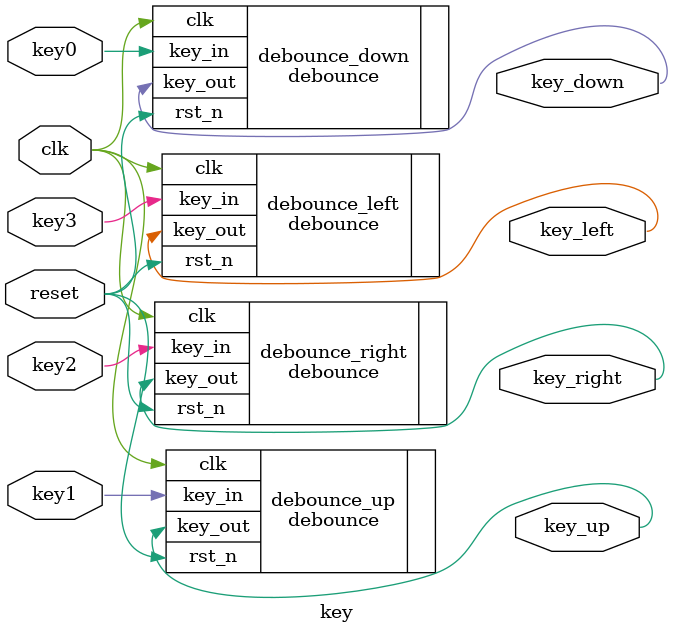
<source format=v>
module  key(
        input                   clk                     ,
        input                   reset                   ,
        //key
        input                   key3                    ,
        input                   key2                    ,
        input                   key1                    ,
        input                   key0                    ,
        //key out
        output  wire            key_left                ,
        output  wire            key_right               ,
        output  wire            key_up                  ,
        output  wire            key_down 
);
// debounce each key
// | 3 | 2 | 1 | 0 |
// | ← | → | ↑ | ↓ |
debounce    debounce_left(
        .clk                    (clk                    ),
        .rst_n                  (reset                  ),
        //key
        .key_in                 (key3                   ),
        .key_out                (key_left               )
);
debounce    debounce_right(
        .clk                    (clk                    ),
        .rst_n                  (reset                  ),
        //key
        .key_in                 (key2                   ),
        .key_out                (key_right              )
);
debounce    debounce_up(
        .clk                    (clk                    ),
        .rst_n                  (reset                  ),
        //key
        .key_in                 (key1                   ),
        .key_out                (key_up                 )
);
debounce    debounce_down(
        .clk                    (clk                    ),
        .rst_n                  (reset                  ),
        //key
        .key_in                 (key0                   ),
        .key_out                (key_down               )
);

endmodule

</source>
